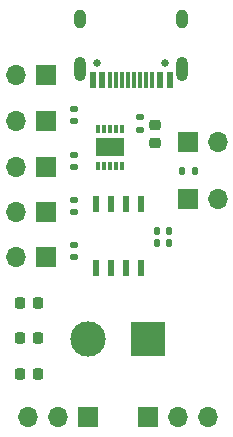
<source format=gbr>
%TF.GenerationSoftware,KiCad,Pcbnew,8.0.6*%
%TF.CreationDate,2024-11-25T20:31:32+01:00*%
%TF.ProjectId,PD_trigger-board,50445f74-7269-4676-9765-722d626f6172,rev?*%
%TF.SameCoordinates,Original*%
%TF.FileFunction,Soldermask,Top*%
%TF.FilePolarity,Negative*%
%FSLAX46Y46*%
G04 Gerber Fmt 4.6, Leading zero omitted, Abs format (unit mm)*
G04 Created by KiCad (PCBNEW 8.0.6) date 2024-11-25 20:31:32*
%MOMM*%
%LPD*%
G01*
G04 APERTURE LIST*
G04 Aperture macros list*
%AMRoundRect*
0 Rectangle with rounded corners*
0 $1 Rounding radius*
0 $2 $3 $4 $5 $6 $7 $8 $9 X,Y pos of 4 corners*
0 Add a 4 corners polygon primitive as box body*
4,1,4,$2,$3,$4,$5,$6,$7,$8,$9,$2,$3,0*
0 Add four circle primitives for the rounded corners*
1,1,$1+$1,$2,$3*
1,1,$1+$1,$4,$5*
1,1,$1+$1,$6,$7*
1,1,$1+$1,$8,$9*
0 Add four rect primitives between the rounded corners*
20,1,$1+$1,$2,$3,$4,$5,0*
20,1,$1+$1,$4,$5,$6,$7,0*
20,1,$1+$1,$6,$7,$8,$9,0*
20,1,$1+$1,$8,$9,$2,$3,0*%
G04 Aperture macros list end*
%ADD10RoundRect,0.135000X-0.185000X0.135000X-0.185000X-0.135000X0.185000X-0.135000X0.185000X0.135000X0*%
%ADD11C,0.650000*%
%ADD12R,0.600000X1.450000*%
%ADD13R,0.300000X1.450000*%
%ADD14O,1.000000X2.100000*%
%ADD15O,1.000000X1.600000*%
%ADD16RoundRect,0.135000X0.135000X0.185000X-0.135000X0.185000X-0.135000X-0.185000X0.135000X-0.185000X0*%
%ADD17R,1.700000X1.700000*%
%ADD18O,1.700000X1.700000*%
%ADD19RoundRect,0.135000X-0.135000X-0.185000X0.135000X-0.185000X0.135000X0.185000X-0.135000X0.185000X0*%
%ADD20R,0.558800X1.460500*%
%ADD21R,3.000000X3.000000*%
%ADD22C,3.000000*%
%ADD23RoundRect,0.225000X0.225000X0.250000X-0.225000X0.250000X-0.225000X-0.250000X0.225000X-0.250000X0*%
%ADD24R,0.300000X0.650000*%
%ADD25R,2.480000X1.550000*%
%ADD26RoundRect,0.225000X-0.250000X0.225000X-0.250000X-0.225000X0.250000X-0.225000X0.250000X0.225000X0*%
G04 APERTURE END LIST*
D10*
%TO.C,R5*%
X135375000Y-85380000D03*
X135375000Y-86400000D03*
%TD*%
%TO.C,R7*%
X135375000Y-93080000D03*
X135375000Y-94100000D03*
%TD*%
D11*
%TO.C,J1*%
X143083000Y-81422000D03*
X137303000Y-81422000D03*
D12*
X143443000Y-82867000D03*
X142643000Y-82867000D03*
D13*
X141443000Y-82867000D03*
X140443000Y-82867000D03*
X139943000Y-82867000D03*
X138943000Y-82867000D03*
D12*
X137743000Y-82867000D03*
X136943000Y-82867000D03*
X136943000Y-82867000D03*
X137743000Y-82867000D03*
D13*
X138443000Y-82867000D03*
X139443000Y-82867000D03*
X140943000Y-82867000D03*
X141943000Y-82867000D03*
D12*
X142643000Y-82867000D03*
X143443000Y-82867000D03*
D14*
X144513000Y-81952000D03*
D15*
X144513000Y-77772000D03*
D14*
X135873000Y-81952000D03*
D15*
X135873000Y-77772000D03*
%TD*%
D10*
%TO.C,R6*%
X135375000Y-89280000D03*
X135375000Y-90300000D03*
%TD*%
D16*
%TO.C,R3*%
X143410000Y-95700000D03*
X142390000Y-95700000D03*
%TD*%
D17*
%TO.C,J2*%
X141580000Y-111394000D03*
D18*
X144120000Y-111394000D03*
X146660000Y-111394000D03*
%TD*%
D10*
%TO.C,R1*%
X140900000Y-86072000D03*
X140900000Y-87092000D03*
%TD*%
D17*
%TO.C,J10*%
X132975000Y-94100000D03*
D18*
X130435000Y-94100000D03*
%TD*%
D17*
%TO.C,J7*%
X132950000Y-82500000D03*
D18*
X130410000Y-82500000D03*
%TD*%
D17*
%TO.C,J11*%
X132975000Y-97900000D03*
D18*
X130435000Y-97900000D03*
%TD*%
D19*
%TO.C,R2*%
X144540000Y-90600000D03*
X145560000Y-90600000D03*
%TD*%
D20*
%TO.C,U2*%
X141005000Y-93357850D03*
X139735000Y-93357850D03*
X138465000Y-93357850D03*
X137195000Y-93357850D03*
X137195000Y-98806150D03*
X138465000Y-98806150D03*
X139735000Y-98806150D03*
X141005000Y-98806150D03*
%TD*%
D21*
%TO.C,J4*%
X141580000Y-104800000D03*
D22*
X136500000Y-104800000D03*
%TD*%
D23*
%TO.C,C2*%
X132315000Y-101772000D03*
X130765000Y-101772000D03*
%TD*%
D10*
%TO.C,R8*%
X135345000Y-96890000D03*
X135345000Y-97910000D03*
%TD*%
D17*
%TO.C,J5*%
X144971000Y-88190000D03*
D18*
X147511000Y-88190000D03*
%TD*%
D17*
%TO.C,J8*%
X132975000Y-86400000D03*
D18*
X130435000Y-86400000D03*
%TD*%
D24*
%TO.C,U1*%
X139400000Y-87044500D03*
X138900000Y-87044500D03*
X138400000Y-87044500D03*
X137900000Y-87044500D03*
X137400000Y-87044500D03*
X137400000Y-90144500D03*
X137900000Y-90144500D03*
X138400000Y-90144500D03*
X138900000Y-90144500D03*
X139400000Y-90144500D03*
D25*
X138400000Y-88594500D03*
%TD*%
D19*
%TO.C,R4*%
X142390000Y-96700000D03*
X143410000Y-96700000D03*
%TD*%
D23*
%TO.C,C4*%
X132315000Y-107792000D03*
X130765000Y-107792000D03*
%TD*%
%TO.C,C3*%
X132315000Y-104782000D03*
X130765000Y-104782000D03*
%TD*%
D17*
%TO.C,J6*%
X145000000Y-93000000D03*
D18*
X147540000Y-93000000D03*
%TD*%
D17*
%TO.C,J3*%
X136500000Y-111394000D03*
D18*
X133960000Y-111394000D03*
X131420000Y-111394000D03*
%TD*%
D17*
%TO.C,J9*%
X132975000Y-90300000D03*
D18*
X130435000Y-90300000D03*
%TD*%
D26*
%TO.C,C1*%
X142200000Y-86725000D03*
X142200000Y-88275000D03*
%TD*%
M02*

</source>
